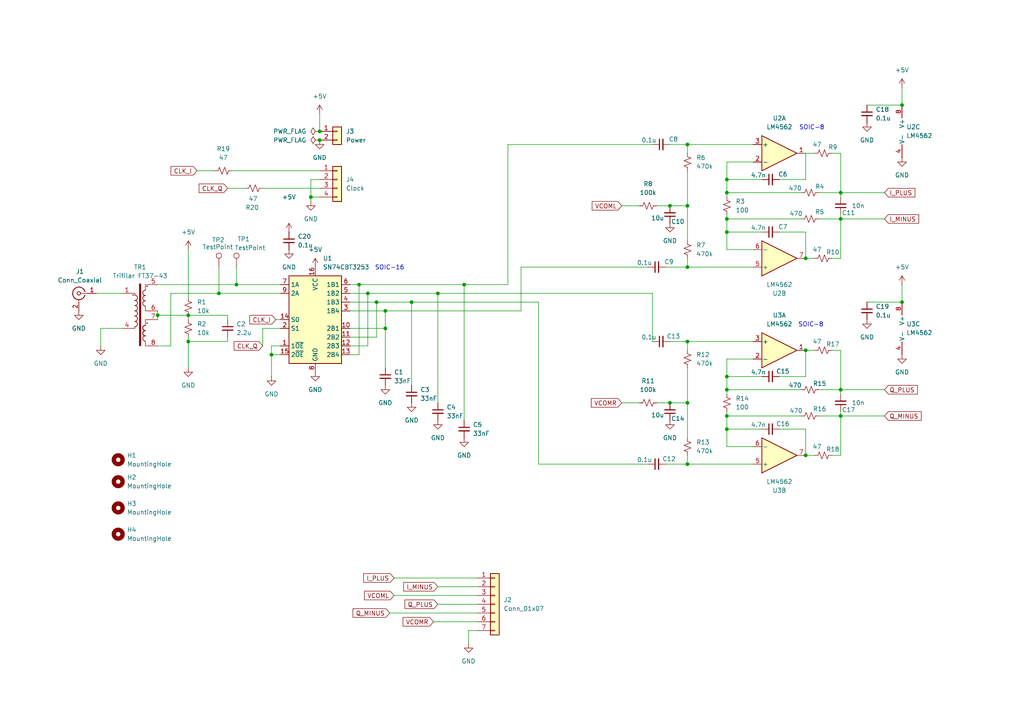
<source format=kicad_sch>
(kicad_sch (version 20231120) (generator "eeschema") (generator_version "8.0")
  (paper "A4")
  (lib_symbols
    (symbol "Amplifier_Operational:LM4562" (pin_names (offset 0.127))
      (property "Reference" "U" (at 0 5.08 0))
      (property "Value" "LM4562" (at 0 -5.08 0))
      (symbol "LM4562_1_1"
        (polyline (pts (xy -5.08 5.08) (xy 5.08 0) (xy -5.08 -5.08) (xy -5.08 5.08)) (stroke (width 0.254)) (fill (type background)))
        (pin output line (at 7.62 0 180) (length 2.54) (name "~") (number "1"))
        (pin input line (at -7.62 -2.54 0) (length 2.54) (name "-") (number "2"))
        (pin input line (at -7.62 2.54 0) (length 2.54) (name "+") (number "3"))
      )
      (symbol "LM4562_2_1"
        (polyline (pts (xy -5.08 5.08) (xy 5.08 0) (xy -5.08 -5.08) (xy -5.08 5.08)) (stroke (width 0.254)) (fill (type background)))
        (pin input line (at -7.62 2.54 0) (length 2.54) (name "+") (number "5"))
        (pin input line (at -7.62 -2.54 0) (length 2.54) (name "-") (number "6"))
        (pin output line (at 7.62 0 180) (length 2.54) (name "~") (number "7"))
      )
      (symbol "LM4562_3_1"
        (pin power_in line (at -2.54 -7.62 90) (length 3.81) (name "V-") (number "4"))
        (pin power_in line (at -2.54 7.62 270) (length 3.81) (name "V+") (number "8"))
      )
    )
    (symbol "Analog_Switch:SN74CBT3253"
      (property "Reference" "U" (at -7.62 13.97 0))
      (property "Value" "SN74CBT3253" (at -11.43 -13.97 0))
      (symbol "SN74CBT3253_0_1"
        (rectangle (start -7.62 12.7) (end 7.62 -12.7) (stroke (width 0.254)) (fill (type background)))
        (rectangle (start 7.62 -12.7) (end 7.62 -12.7))
      )
      (symbol "SN74CBT3253_1_1"
        (pin input line (at -10.16 -7.62 0) (length 2.54) (name "1~{OE}") (number "1"))
        (pin bidirectional line (at 10.16 -2.54 180) (length 2.54) (name "2B1") (number "10"))
        (pin bidirectional line (at 10.16 -5.08 180) (length 2.54) (name "2B2") (number "11"))
        (pin bidirectional line (at 10.16 -7.62 180) (length 2.54) (name "2B3") (number "12"))
        (pin bidirectional line (at 10.16 -10.16 180) (length 2.54) (name "2B4") (number "13"))
        (pin input line (at -10.16 0 0) (length 2.54) (name "S0") (number "14"))
        (pin input line (at -10.16 -10.16 0) (length 2.54) (name "2~{OE}") (number "15"))
        (pin power_in line (at 0 15.24 270) (length 2.54) (name "VCC") (number "16"))
        (pin input line (at -10.16 -2.54 0) (length 2.54) (name "S1") (number "2"))
        (pin bidirectional line (at 10.16 2.54 180) (length 2.54) (name "1B4") (number "3"))
        (pin bidirectional line (at 10.16 5.08 180) (length 2.54) (name "1B3") (number "4"))
        (pin bidirectional line (at 10.16 7.62 180) (length 2.54) (name "1B2") (number "5"))
        (pin bidirectional line (at 10.16 10.16 180) (length 2.54) (name "1B1") (number "6"))
        (pin bidirectional line (at -10.16 10.16 0) (length 2.54) (name "1A") (number "7"))
        (pin power_in line (at 0 -15.24 90) (length 2.54) (name "GND") (number "8"))
        (pin bidirectional line (at -10.16 7.62 0) (length 2.54) (name "2A") (number "9"))
      )
    )
    (symbol "Connector:Conn_Coaxial" (pin_names (offset 1.016) hide)
      (property "Reference" "J" (at 0.254 3.048 0))
      (property "Value" "Conn_Coaxial" (at 2.921 0 90))
      (symbol "Conn_Coaxial_0_1"
        (arc (start -1.778 -0.508) (mid 0.2311 -1.8066) (end 1.778 0) (stroke (width 0.254)))
        (polyline (pts (xy -2.54 0) (xy -0.508 0)))
        (polyline (pts (xy 0 -2.54) (xy 0 -1.778)))
        (circle (center 0 0) (radius 0.508) (stroke (width 0.2032)))
        (arc (start 1.778 0) (mid 0.2099 1.8101) (end -1.778 0.508) (stroke (width 0.254)))
      )
      (symbol "Conn_Coaxial_1_1"
        (pin passive line (at -5.08 0 0) (length 2.54) (name "In") (number "1"))
        (pin passive line (at 0 -5.08 90) (length 2.54) (name "Ext") (number "2"))
      )
    )
    (symbol "Connector:TestPoint" (pin_numbers hide) (pin_names (offset 0.762) hide)
      (property "Reference" "TP" (at 0 6.858 0))
      (property "Value" "TestPoint" (at 0 5.08 0))
      (symbol "TestPoint_0_1"
        (circle (center 0 3.302) (radius 0.762))
      )
      (symbol "TestPoint_1_1"
        (pin passive line (at 0 0 90) (length 2.54) (name "1") (number "1"))
      )
    )
    (symbol "Connector_Generic:Conn_01x02" (pin_names (offset 1.016) hide)
      (property "Reference" "J" (at 0 2.54 0))
      (property "Value" "Conn_01x02" (at 0 -5.08 0))
      (symbol "Conn_01x02_1_1"
        (rectangle (start -1.27 -2.413) (end 0 -2.667) (stroke (width 0.1524)))
        (rectangle (start -1.27 0.127) (end 0 -0.127) (stroke (width 0.1524)))
        (rectangle (start -1.27 1.27) (end 1.27 -3.81) (stroke (width 0.254)) (fill (type background)))
        (pin passive line (at -5.08 0 0) (length 3.81) (name "Pin_1") (number "1"))
        (pin passive line (at -5.08 -2.54 0) (length 3.81) (name "Pin_2") (number "2"))
      )
    )
    (symbol "Connector_Generic:Conn_01x04" (pin_names (offset 1.016) hide)
      (property "Reference" "J" (at 0 5.08 0))
      (property "Value" "Conn_01x04" (at 0 -7.62 0))
      (symbol "Conn_01x04_1_1"
        (rectangle (start -1.27 -4.953) (end 0 -5.207) (stroke (width 0.1524)))
        (rectangle (start -1.27 -2.413) (end 0 -2.667) (stroke (width 0.1524)))
        (rectangle (start -1.27 0.127) (end 0 -0.127) (stroke (width 0.1524)))
        (rectangle (start -1.27 2.667) (end 0 2.413) (stroke (width 0.1524)))
        (rectangle (start -1.27 3.81) (end 1.27 -6.35) (stroke (width 0.254)) (fill (type background)))
        (pin passive line (at -5.08 2.54 0) (length 3.81) (name "Pin_1") (number "1"))
        (pin passive line (at -5.08 0 0) (length 3.81) (name "Pin_2") (number "2"))
        (pin passive line (at -5.08 -2.54 0) (length 3.81) (name "Pin_3") (number "3"))
        (pin passive line (at -5.08 -5.08 0) (length 3.81) (name "Pin_4") (number "4"))
      )
    )
    (symbol "Connector_Generic:Conn_01x07" (pin_names (offset 1.016) hide)
      (property "Reference" "J" (at 0 10.16 0))
      (property "Value" "Conn_01x07" (at 0 -10.16 0))
      (symbol "Conn_01x07_1_1"
        (rectangle (start -1.27 -7.493) (end 0 -7.747) (stroke (width 0.1524)))
        (rectangle (start -1.27 -4.953) (end 0 -5.207) (stroke (width 0.1524)))
        (rectangle (start -1.27 -2.413) (end 0 -2.667) (stroke (width 0.1524)))
        (rectangle (start -1.27 0.127) (end 0 -0.127) (stroke (width 0.1524)))
        (rectangle (start -1.27 2.667) (end 0 2.413) (stroke (width 0.1524)))
        (rectangle (start -1.27 5.207) (end 0 4.953) (stroke (width 0.1524)))
        (rectangle (start -1.27 7.747) (end 0 7.493) (stroke (width 0.1524)))
        (rectangle (start -1.27 8.89) (end 1.27 -8.89) (stroke (width 0.254)) (fill (type background)))
        (pin passive line (at -5.08 7.62 0) (length 3.81) (name "Pin_1") (number "1"))
        (pin passive line (at -5.08 5.08 0) (length 3.81) (name "Pin_2") (number "2"))
        (pin passive line (at -5.08 2.54 0) (length 3.81) (name "Pin_3") (number "3"))
        (pin passive line (at -5.08 0 0) (length 3.81) (name "Pin_4") (number "4"))
        (pin passive line (at -5.08 -2.54 0) (length 3.81) (name "Pin_5") (number "5"))
        (pin passive line (at -5.08 -5.08 0) (length 3.81) (name "Pin_6") (number "6"))
        (pin passive line (at -5.08 -7.62 0) (length 3.81) (name "Pin_7") (number "7"))
      )
    )
    (symbol "Device:C_Small" (pin_numbers hide) (pin_names (offset 0.254) hide)
      (property "Reference" "C" (at 0.254 1.778 0))
      (property "Value" "C_Small" (at 0.254 -2.032 0))
      (symbol "C_Small_0_1"
        (polyline (pts (xy -1.524 -0.508) (xy 1.524 -0.508)) (stroke (width 0.3302)))
        (polyline (pts (xy -1.524 0.508) (xy 1.524 0.508)) (stroke (width 0.3048)))
      )
      (symbol "C_Small_1_1"
        (pin passive line (at 0 2.54 270) (length 2.032) (name "~") (number "1"))
        (pin passive line (at 0 -2.54 90) (length 2.032) (name "~") (number "2"))
      )
    )
    (symbol "Device:R_Small_US" (pin_numbers hide) (pin_names (offset 0.254) hide)
      (property "Reference" "R" (at 0.762 0.508 0))
      (property "Value" "R_Small_US" (at 0.762 -1.016 0))
      (symbol "R_Small_US_1_1"
        (polyline (pts (xy 0 0) (xy 1.016 -0.381) (xy 0 -0.762) (xy -1.016 -1.143) (xy 0 -1.524)))
        (polyline (pts (xy 0 1.524) (xy 1.016 1.143) (xy 0 0.762) (xy -1.016 0.381) (xy 0 0)))
        (pin passive line (at 0 2.54 270) (length 1.016) (name "~") (number "1"))
        (pin passive line (at 0 -2.54 90) (length 1.016) (name "~") (number "2"))
      )
    )
    (symbol "Mechanical:MountingHole" (pin_names (offset 1.016)) (exclude_from_sim yes) (in_bom no)
      (property "Reference" "H" (at 0 5.08 0))
      (property "Value" "MountingHole" (at 0 3.175 0))
      (symbol "MountingHole_0_1"
        (circle (center 0 0) (radius 1.27) (stroke (width 1.27)))
      )
    )
    (symbol "Transformer:TEZ0.5-D-2" (pin_names (offset 0.0254))
      (property "Reference" "TR" (at 0 8.89 0))
      (property "Value" "TEZ0.5-D-2" (at 0 -11.43 0))
      (symbol "TEZ0.5-D-2_0_1"
        (circle (center -2.032 4.572) (radius 0.127))
        (arc (start -1.524 -4.572) (mid -0.7653 -3.81) (end -1.524 -3.048) (stroke (width 0.2032)))
        (arc (start -1.524 -3.048) (mid -0.7653 -2.286) (end -1.524 -1.524) (stroke (width 0.2032)))
        (arc (start -1.524 -1.524) (mid -0.7653 -0.762) (end -1.524 0) (stroke (width 0.2032)))
        (arc (start -1.524 0) (mid -0.7653 0.762) (end -1.524 1.524) (stroke (width 0.2032)))
        (arc (start -1.524 1.524) (mid -0.7653 2.286) (end -1.524 3.048) (stroke (width 0.2032)))
        (arc (start -1.524 3.048) (mid -0.7653 3.81) (end -1.524 4.572) (stroke (width 0.2032)))
        (rectangle (start -0.254 7.874) (end 0.254 -10.16) (stroke (width 0.0254)) (fill (type outline)))
        (polyline (pts (xy -1.524 -4.572) (xy -1.524 -5.08) (xy -2.54 -5.08)))
        (polyline (pts (xy -1.524 4.572) (xy -1.524 5.08) (xy -2.54 5.08)))
        (polyline (pts (xy 1.524 -8.89) (xy 1.524 -10.16) (xy 2.54 -10.16)))
        (polyline (pts (xy 2.54 -2.54) (xy 1.524 -2.54) (xy 1.524 -4.064)))
        (polyline (pts (xy 2.54 0) (xy 1.524 0) (xy 1.524 1.27)))
        (polyline (pts (xy 2.54 7.62) (xy 1.524 7.62) (xy 1.524 6.096)))
        (arc (start 1.524 -7.239) (mid 0.7653 -8.001) (end 1.524 -8.763) (stroke (width 0.2032)))
        (arc (start 1.524 -5.715) (mid 0.7653 -6.477) (end 1.524 -7.239) (stroke (width 0.2032)))
        (arc (start 1.524 -5.715) (mid 0.7653 -6.477) (end 1.524 -7.239) (stroke (width 0.2032)))
        (arc (start 1.524 -4.191) (mid 0.7653 -4.953) (end 1.524 -5.715) (stroke (width 0.2032)))
        (arc (start 1.524 -4.191) (mid 0.7653 -4.953) (end 1.524 -5.715) (stroke (width 0.2032)))
        (arc (start 1.524 2.921) (mid 0.7653 2.159) (end 1.524 1.397) (stroke (width 0.2032)))
        (arc (start 1.524 4.445) (mid 0.7653 3.683) (end 1.524 2.921) (stroke (width 0.2032)))
        (arc (start 1.524 5.969) (mid 0.7653 5.207) (end 1.524 4.445) (stroke (width 0.2032)))
        (circle (center 2.032 -3.556) (radius 0.127))
        (circle (center 2.032 7.112) (radius 0.127))
      )
      (symbol "TEZ0.5-D-2_1_1"
        (pin passive line (at -5.08 5.08 0) (length 2.54) (name "~") (number "1"))
        (pin passive line (at -5.08 -5.08 0) (length 2.54) (name "~") (number "4"))
        (pin passive line (at 5.08 7.62 180) (length 2.54) (name "~") (number "5"))
        (pin passive line (at 5.08 0 180) (length 2.54) (name "~") (number "6"))
        (pin passive line (at 5.08 -2.54 180) (length 2.54) (name "~") (number "7"))
        (pin passive line (at 5.08 -10.16 180) (length 2.54) (name "~") (number "8"))
      )
    )
    (symbol "power:+5V" (power) (pin_numbers hide) (pin_names (offset 0) hide)
      (property "Value" "+5V" (at 0 3.556 0))
      (symbol "+5V_0_1"
        (polyline (pts (xy -0.762 1.27) (xy 0 2.54)))
        (polyline (pts (xy 0 0) (xy 0 2.54)))
        (polyline (pts (xy 0 2.54) (xy 0.762 1.27)))
      )
      (symbol "+5V_1_1"
        (pin power_in line (at 0 0 90) (length 0) (name "~") (number "1"))
      )
    )
    (symbol "power:GND" (power) (pin_numbers hide) (pin_names (offset 0) hide)
      (property "Value" "GND" (at 0 -3.81 0))
      (symbol "GND_0_1"
        (polyline (pts (xy 0 0) (xy 0 -1.27) (xy 1.27 -1.27) (xy 0 -2.54) (xy -1.27 -1.27) (xy 0 -1.27)))
      )
      (symbol "GND_1_1"
        (pin power_in line (at 0 0 270) (length 0) (name "~") (number "1"))
      )
    )
    (symbol "power:PWR_FLAG" (power) (pin_numbers hide) (pin_names (offset 0) hide)
      (property "Value" "PWR_FLAG" (at 0 3.81 0))
      (symbol "PWR_FLAG_0_0"
        (pin power_out line (at 0 0 90) (length 0) (name "~") (number "1"))
      )
      (symbol "PWR_FLAG_0_1"
        (polyline (pts (xy 0 0) (xy 0 1.27) (xy -1.016 1.905) (xy 0 2.54) (xy 1.016 1.905) (xy 0 1.27)))
      )
    )
  )
  (junction (at 199.39 99.06))
  (junction (at 45.72 91.44))
  (junction (at 63.5 85.09))
  (junction (at 210.82 120.65))
  (junction (at 210.82 63.5))
  (junction (at 210.82 52.07))
  (junction (at 68.58 82.55))
  (junction (at 54.61 91.44))
  (junction (at 243.84 113.03))
  (junction (at 194.31 116.84))
  (junction (at 194.31 59.69))
  (junction (at 134.62 82.55))
  (junction (at 243.84 55.88))
  (junction (at 210.82 124.46))
  (junction (at 233.68 74.93))
  (junction (at 92.71 40.64))
  (junction (at 233.68 132.08))
  (junction (at 199.39 41.91))
  (junction (at 111.76 90.17))
  (junction (at 92.71 38.1))
  (junction (at 243.84 120.65))
  (junction (at 210.82 67.31))
  (junction (at 233.68 101.6))
  (junction (at 90.17 57.15))
  (junction (at 78.74 102.87))
  (junction (at 111.76 95.25))
  (junction (at 199.39 77.47))
  (junction (at 119.38 87.63))
  (junction (at 54.61 99.06))
  (junction (at 261.62 87.63))
  (junction (at 210.82 109.22))
  (junction (at 243.84 63.5))
  (junction (at 199.39 59.69))
  (junction (at 104.14 82.55))
  (junction (at 261.62 30.48))
  (junction (at 210.82 113.03))
  (junction (at 210.82 55.88))
  (junction (at 199.39 134.62))
  (junction (at 109.22 87.63))
  (junction (at 106.68 85.09))
  (junction (at 127 85.09))
  (junction (at 199.39 116.84))
  (wire (pts (xy 54.61 99.06) (xy 54.61 106.68)))
  (wire (pts (xy 180.34 116.84) (xy 185.42 116.84)))
  (wire (pts (xy 68.58 77.47) (xy 68.58 82.55)))
  (wire (pts (xy 210.82 124.46) (xy 210.82 129.54)))
  (wire (pts (xy 194.31 41.91) (xy 199.39 41.91)))
  (wire (pts (xy 233.68 67.31) (xy 233.68 74.93)))
  (wire (pts (xy 261.62 25.4) (xy 261.62 30.48)))
  (wire (pts (xy 54.61 99.06) (xy 66.04 99.06)))
  (wire (pts (xy 210.82 57.15) (xy 210.82 55.88)))
  (wire (pts (xy 29.21 95.25) (xy 35.56 95.25)))
  (wire (pts (xy 187.96 77.47) (xy 151.13 77.47)))
  (wire (pts (xy 45.72 91.44) (xy 54.61 91.44)))
  (wire (pts (xy 210.82 62.23) (xy 210.82 63.5)))
  (wire (pts (xy 111.76 95.25) (xy 111.76 90.17)))
  (wire (pts (xy 45.72 90.17) (xy 45.72 91.44)))
  (wire (pts (xy 63.5 85.09) (xy 81.28 85.09)))
  (wire (pts (xy 111.76 90.17) (xy 151.13 90.17)))
  (wire (pts (xy 251.46 30.48) (xy 261.62 30.48)))
  (wire (pts (xy 101.6 100.33) (xy 106.68 100.33)))
  (wire (pts (xy 49.53 85.09) (xy 49.53 100.33)))
  (wire (pts (xy 199.39 77.47) (xy 218.44 77.47)))
  (wire (pts (xy 101.6 85.09) (xy 106.68 85.09)))
  (wire (pts (xy 210.82 55.88) (xy 232.41 55.88)))
  (wire (pts (xy 27.94 85.09) (xy 35.56 85.09)))
  (wire (pts (xy 119.38 87.63) (xy 119.38 111.76)))
  (wire (pts (xy 127 85.09) (xy 127 116.84)))
  (wire (pts (xy 45.72 82.55) (xy 68.58 82.55)))
  (wire (pts (xy 261.62 82.55) (xy 261.62 87.63)))
  (wire (pts (xy 226.06 67.31) (xy 233.68 67.31)))
  (wire (pts (xy 233.68 101.6) (xy 233.68 109.22)))
  (wire (pts (xy 127 85.09) (xy 189.23 85.09)))
  (wire (pts (xy 76.2 95.25) (xy 81.28 95.25)))
  (wire (pts (xy 210.82 120.65) (xy 210.82 124.46)))
  (wire (pts (xy 210.82 109.22) (xy 220.98 109.22)))
  (wire (pts (xy 210.82 119.38) (xy 210.82 120.65)))
  (wire (pts (xy 210.82 63.5) (xy 232.41 63.5)))
  (wire (pts (xy 243.84 120.65) (xy 243.84 119.38)))
  (wire (pts (xy 194.31 99.06) (xy 199.39 99.06)))
  (wire (pts (xy 180.34 59.69) (xy 185.42 59.69)))
  (wire (pts (xy 90.17 52.07) (xy 90.17 57.15)))
  (wire (pts (xy 101.6 102.87) (xy 104.14 102.87)))
  (wire (pts (xy 243.84 63.5) (xy 256.54 63.5)))
  (wire (pts (xy 210.82 46.99) (xy 210.82 52.07)))
  (wire (pts (xy 210.82 114.3) (xy 210.82 113.03)))
  (wire (pts (xy 78.74 102.87) (xy 81.28 102.87)))
  (wire (pts (xy 76.2 54.61) (xy 92.71 54.61)))
  (wire (pts (xy 199.39 41.91) (xy 218.44 41.91)))
  (wire (pts (xy 193.04 77.47) (xy 199.39 77.47)))
  (wire (pts (xy 243.84 44.45) (xy 243.84 55.88)))
  (wire (pts (xy 101.6 95.25) (xy 111.76 95.25)))
  (wire (pts (xy 233.68 44.45) (xy 233.68 52.07)))
  (wire (pts (xy 199.39 59.69) (xy 199.39 69.85)))
  (wire (pts (xy 233.68 44.45) (xy 236.22 44.45)))
  (wire (pts (xy 226.06 124.46) (xy 233.68 124.46)))
  (wire (pts (xy 251.46 87.63) (xy 261.62 87.63)))
  (wire (pts (xy 210.82 63.5) (xy 210.82 67.31)))
  (wire (pts (xy 90.17 57.15) (xy 90.17 58.42)))
  (wire (pts (xy 138.43 182.88) (xy 135.89 182.88)))
  (wire (pts (xy 78.74 102.87) (xy 78.74 109.22)))
  (wire (pts (xy 147.32 41.91) (xy 189.23 41.91)))
  (wire (pts (xy 190.5 59.69) (xy 194.31 59.69)))
  (wire (pts (xy 210.82 67.31) (xy 220.98 67.31)))
  (wire (pts (xy 237.49 113.03) (xy 243.84 113.03)))
  (wire (pts (xy 135.89 182.88) (xy 135.89 186.69)))
  (wire (pts (xy 210.82 109.22) (xy 210.82 113.03)))
  (wire (pts (xy 243.84 113.03) (xy 256.54 113.03)))
  (wire (pts (xy 80.01 92.71) (xy 81.28 92.71)))
  (wire (pts (xy 237.49 63.5) (xy 243.84 63.5)))
  (wire (pts (xy 66.04 54.61) (xy 71.12 54.61)))
  (wire (pts (xy 109.22 87.63) (xy 119.38 87.63)))
  (wire (pts (xy 233.68 132.08) (xy 236.22 132.08)))
  (wire (pts (xy 67.31 49.53) (xy 92.71 49.53)))
  (wire (pts (xy 49.53 100.33) (xy 45.72 100.33)))
  (wire (pts (xy 243.84 113.03) (xy 243.84 114.3)))
  (wire (pts (xy 233.68 124.46) (xy 233.68 132.08)))
  (wire (pts (xy 90.17 57.15) (xy 92.71 57.15)))
  (wire (pts (xy 45.72 91.44) (xy 45.72 92.71)))
  (wire (pts (xy 210.82 104.14) (xy 210.82 109.22)))
  (wire (pts (xy 78.74 100.33) (xy 78.74 102.87)))
  (wire (pts (xy 190.5 116.84) (xy 194.31 116.84)))
  (wire (pts (xy 151.13 77.47) (xy 151.13 90.17)))
  (wire (pts (xy 63.5 77.47) (xy 63.5 85.09)))
  (wire (pts (xy 76.2 100.33) (xy 76.2 95.25)))
  (wire (pts (xy 210.82 52.07) (xy 220.98 52.07)))
  (wire (pts (xy 199.39 99.06) (xy 199.39 101.6)))
  (wire (pts (xy 194.31 59.69) (xy 199.39 59.69)))
  (wire (pts (xy 210.82 120.65) (xy 232.41 120.65)))
  (wire (pts (xy 127 170.18) (xy 138.43 170.18)))
  (wire (pts (xy 134.62 82.55) (xy 147.32 82.55)))
  (wire (pts (xy 233.68 74.93) (xy 236.22 74.93)))
  (wire (pts (xy 66.04 97.79) (xy 66.04 99.06)))
  (wire (pts (xy 119.38 87.63) (xy 156.21 87.63)))
  (wire (pts (xy 101.6 82.55) (xy 104.14 82.55)))
  (wire (pts (xy 66.04 92.71) (xy 66.04 91.44)))
  (wire (pts (xy 111.76 95.25) (xy 111.76 106.68)))
  (wire (pts (xy 210.82 129.54) (xy 218.44 129.54)))
  (wire (pts (xy 193.04 134.62) (xy 199.39 134.62)))
  (wire (pts (xy 199.39 49.53) (xy 199.39 59.69)))
  (wire (pts (xy 113.03 177.8) (xy 138.43 177.8)))
  (wire (pts (xy 241.3 44.45) (xy 243.84 44.45)))
  (wire (pts (xy 81.28 100.33) (xy 78.74 100.33)))
  (wire (pts (xy 199.39 116.84) (xy 199.39 127)))
  (wire (pts (xy 54.61 91.44) (xy 54.61 92.71)))
  (wire (pts (xy 241.3 101.6) (xy 243.84 101.6)))
  (wire (pts (xy 210.82 46.99) (xy 218.44 46.99)))
  (wire (pts (xy 187.96 134.62) (xy 156.21 134.62)))
  (wire (pts (xy 199.39 106.68) (xy 199.39 116.84)))
  (wire (pts (xy 114.3 172.72) (xy 138.43 172.72)))
  (wire (pts (xy 66.04 91.44) (xy 54.61 91.44)))
  (wire (pts (xy 54.61 72.39) (xy 54.61 86.36)))
  (wire (pts (xy 199.39 41.91) (xy 199.39 44.45)))
  (wire (pts (xy 210.82 104.14) (xy 218.44 104.14)))
  (wire (pts (xy 241.3 132.08) (xy 243.84 132.08)))
  (wire (pts (xy 243.84 120.65) (xy 256.54 120.65)))
  (wire (pts (xy 92.71 33.02) (xy 92.71 38.1)))
  (wire (pts (xy 147.32 82.55) (xy 147.32 41.91)))
  (wire (pts (xy 106.68 100.33) (xy 106.68 85.09)))
  (wire (pts (xy 237.49 120.65) (xy 243.84 120.65)))
  (wire (pts (xy 125.73 180.34) (xy 138.43 180.34)))
  (wire (pts (xy 210.82 52.07) (xy 210.82 55.88)))
  (wire (pts (xy 127 175.26) (xy 138.43 175.26)))
  (wire (pts (xy 199.39 99.06) (xy 218.44 99.06)))
  (wire (pts (xy 29.21 100.33) (xy 29.21 95.25)))
  (wire (pts (xy 49.53 85.09) (xy 63.5 85.09)))
  (wire (pts (xy 106.68 85.09) (xy 127 85.09)))
  (wire (pts (xy 54.61 97.79) (xy 54.61 99.06)))
  (wire (pts (xy 57.15 49.53) (xy 62.23 49.53)))
  (wire (pts (xy 210.82 124.46) (xy 220.98 124.46)))
  (wire (pts (xy 109.22 97.79) (xy 109.22 87.63)))
  (wire (pts (xy 243.84 63.5) (xy 243.84 62.23)))
  (wire (pts (xy 237.49 55.88) (xy 243.84 55.88)))
  (wire (pts (xy 241.3 74.93) (xy 243.84 74.93)))
  (wire (pts (xy 243.84 55.88) (xy 243.84 57.15)))
  (wire (pts (xy 101.6 87.63) (xy 109.22 87.63)))
  (wire (pts (xy 243.84 74.93) (xy 243.84 63.5)))
  (wire (pts (xy 156.21 134.62) (xy 156.21 87.63)))
  (wire (pts (xy 92.71 52.07) (xy 90.17 52.07)))
  (wire (pts (xy 243.84 101.6) (xy 243.84 113.03)))
  (wire (pts (xy 226.06 52.07) (xy 233.68 52.07)))
  (wire (pts (xy 68.58 82.55) (xy 81.28 82.55)))
  (wire (pts (xy 243.84 55.88) (xy 256.54 55.88)))
  (wire (pts (xy 243.84 132.08) (xy 243.84 120.65)))
  (wire (pts (xy 199.39 74.93) (xy 199.39 77.47)))
  (wire (pts (xy 226.06 109.22) (xy 233.68 109.22)))
  (wire (pts (xy 134.62 82.55) (xy 134.62 121.92)))
  (wire (pts (xy 210.82 113.03) (xy 232.41 113.03)))
  (wire (pts (xy 101.6 90.17) (xy 111.76 90.17)))
  (wire (pts (xy 104.14 82.55) (xy 134.62 82.55)))
  (wire (pts (xy 114.3 167.64) (xy 138.43 167.64)))
  (wire (pts (xy 199.39 132.08) (xy 199.39 134.62)))
  (wire (pts (xy 101.6 97.79) (xy 109.22 97.79)))
  (wire (pts (xy 104.14 102.87) (xy 104.14 82.55)))
  (wire (pts (xy 189.23 99.06) (xy 189.23 85.09)))
  (wire (pts (xy 210.82 67.31) (xy 210.82 72.39)))
  (wire (pts (xy 233.68 101.6) (xy 236.22 101.6)))
  (wire (pts (xy 199.39 134.62) (xy 218.44 134.62)))
  (wire (pts (xy 210.82 72.39) (xy 218.44 72.39)))
  (wire (pts (xy 194.31 116.84) (xy 199.39 116.84)))
  (text "SOIC-8" (at 235.458 37.084 0) (effects (font (size 1.27 1.27))))
  (text "SOIC-16" (at 113.03 77.724 0) (effects (font (size 1.27 1.27))))
  (text "SOIC-8" (at 235.204 94.234 0) (effects (font (size 1.27 1.27))))
  (global_label "CLK_I" (shape input) (at 57.15 49.53 180) (property "Intersheetrefs" "${INTERSHEET_REFS}" (effects (hide yes))))
  (global_label "CLK_Q" (shape input) (at 76.2 100.33 180) (property "Intersheetrefs" "${INTERSHEET_REFS}" (effects (hide yes))))
  (global_label "Q_PLUS" (shape input) (at 256.54 113.03 0) (property "Intersheetrefs" "${INTERSHEET_REFS}" (effects (hide yes))))
  (global_label "I_PLUS" (shape input) (at 114.3 167.64 180) (property "Intersheetrefs" "${INTERSHEET_REFS}" (effects (hide yes))))
  (global_label "I_PLUS" (shape input) (at 256.54 55.88 0) (property "Intersheetrefs" "${INTERSHEET_REFS}" (effects (hide yes))))
  (global_label "Q_MINUS" (shape input) (at 256.54 120.65 0) (property "Intersheetrefs" "${INTERSHEET_REFS}" (effects (hide yes))))
  (global_label "VCOMR" (shape input) (at 180.34 116.84 180) (property "Intersheetrefs" "${INTERSHEET_REFS}" (effects (hide yes))))
  (global_label "I_MINUS" (shape input) (at 256.54 63.5 0) (property "Intersheetrefs" "${INTERSHEET_REFS}" (effects (hide yes))))
  (global_label "CLK_Q" (shape input) (at 66.04 54.61 180) (property "Intersheetrefs" "${INTERSHEET_REFS}" (effects (hide yes))))
  (global_label "VCOML" (shape input) (at 180.34 59.69 180) (property "Intersheetrefs" "${INTERSHEET_REFS}" (effects (hide yes))))
  (global_label "Q_PLUS" (shape input) (at 127 175.26 180) (property "Intersheetrefs" "${INTERSHEET_REFS}" (effects (hide yes))))
  (global_label "I_MINUS" (shape input) (at 127 170.18 180) (property "Intersheetrefs" "${INTERSHEET_REFS}" (effects (hide yes))))
  (global_label "VCOML" (shape input) (at 114.3 172.72 180) (property "Intersheetrefs" "${INTERSHEET_REFS}" (effects (hide yes))))
  (global_label "Q_MINUS" (shape input) (at 113.03 177.8 180) (property "Intersheetrefs" "${INTERSHEET_REFS}" (effects (hide yes))))
  (global_label "VCOMR" (shape input) (at 125.73 180.34 180) (property "Intersheetrefs" "${INTERSHEET_REFS}" (effects (hide yes))))
  (global_label "CLK_I" (shape input) (at 80.01 92.71 180) (property "Intersheetrefs" "${INTERSHEET_REFS}" (effects (hide yes))))
  (symbol (lib_id "Device:C_Small") (at 223.52 109.22 90) (unit 1)
    (property "Reference" "C15" (at 227.076 107.696 90))
    (property "Value" "4.7n" (at 219.964 107.95 90))
    (property "Footprint" "Capacitor_SMD:C_0805_2012Metric_Pad1.18x1.45mm_HandSolder" (effects (hide yes)))
    (property "Description" "Unpolarized capacitor, small symbol" (effects (hide yes)))
  )
  (symbol (lib_id "Connector:Conn_Coaxial") (at 22.86 85.09 0) (mirror y) (unit 1)
    (property "Reference" "J1" (at 23.1774 78.74 0))
    (property "Value" "Conn_Coaxial" (at 23.1774 81.28 0))
    (property "Footprint" "Connector_Coaxial:SMA_Amphenol_901-144_Vertical" (effects (hide yes)))
    (property "Description" "coaxial connector (BNC, SMA, SMB, SMC, Cinch/RCA, LEMO, ...)" (effects (hide yes)))
  )
  (symbol (lib_id "power:+5V") (at 261.62 82.55 0) (unit 1)
    (property "Reference" "#PWR016" (effects (hide yes)))
    (property "Value" "+5V" (at 261.62 77.47 0))
    (property "Description" "Power symbol creates a global label with name \"+5V\"" (effects (hide yes)))
  )
  (symbol (lib_id "Device:R_Small_US") (at 187.96 116.84 90) (unit 1)
    (property "Reference" "R11" (at 187.96 110.49 90))
    (property "Value" "100k" (at 187.96 113.03 90))
    (property "Footprint" "Resistor_SMD:R_0805_2012Metric_Pad1.20x1.40mm_HandSolder" (effects (hide yes)))
    (property "Description" "Resistor, small US symbol" (effects (hide yes)))
  )
  (symbol (lib_id "Device:C_Small") (at 134.62 124.46 0) (unit 1)
    (property "Reference" "C5" (at 137.16 123.1962 0) (effects (justify left)))
    (property "Value" "33nF" (at 137.16 125.7362 0) (effects (justify left)))
    (property "Footprint" "Capacitor_SMD:C_0805_2012Metric_Pad1.18x1.45mm_HandSolder" (effects (hide yes)))
    (property "Description" "Unpolarized capacitor, small symbol" (effects (hide yes)))
  )
  (symbol (lib_id "Amplifier_Operational:LM4562") (at 226.06 44.45 0) (unit 1)
    (property "Reference" "U2" (at 226.06 34.29 0))
    (property "Value" "LM4562" (at 226.06 36.83 0))
    (property "Footprint" "Package_SO:SOIC-8_3.9x4.9mm_P1.27mm" (effects (hide yes)))
    (property "Datasheet" "http://www.ti.com/lit/ds/symlink/lm4562.pdf" (effects (hide yes)))
    (property "Description" "Dual High-Performance, High-Fidelity Audio Operational Amplifier, DIP-8/SOIC-8/TO-99-8" (effects (hide yes)))
  )
  (symbol (lib_id "Device:C_Small") (at 190.5 134.62 90) (unit 1)
    (property "Reference" "C12" (at 194.056 133.096 90))
    (property "Value" "0.1u" (at 186.944 133.35 90))
    (property "Footprint" "Capacitor_SMD:C_0805_2012Metric_Pad1.18x1.45mm_HandSolder" (effects (hide yes)))
    (property "Description" "Unpolarized capacitor, small symbol" (effects (hide yes)))
  )
  (symbol (lib_id "Device:C_Small") (at 66.04 95.25 0) (unit 1)
    (property "Reference" "C2" (at 68.58 93.9862 0) (effects (justify left)))
    (property "Value" "2.2u" (at 68.58 96.5262 0) (effects (justify left)))
    (property "Footprint" "Capacitor_SMD:C_0805_2012Metric_Pad1.18x1.45mm_HandSolder" (effects (hide yes)))
    (property "Description" "Unpolarized capacitor, small symbol" (effects (hide yes)))
  )
  (symbol (lib_id "Device:C_Small") (at 190.5 77.47 90) (unit 1)
    (property "Reference" "C9" (at 194.056 75.946 90))
    (property "Value" "0.1u" (at 186.944 76.2 90))
    (property "Footprint" "Capacitor_SMD:C_0805_2012Metric_Pad1.18x1.45mm_HandSolder" (effects (hide yes)))
    (property "Description" "Unpolarized capacitor, small symbol" (effects (hide yes)))
  )
  (symbol (lib_id "Device:C_Small") (at 127 119.38 0) (unit 1)
    (property "Reference" "C4" (at 129.54 118.1162 0) (effects (justify left)))
    (property "Value" "33nF" (at 129.54 120.6562 0) (effects (justify left)))
    (property "Footprint" "Capacitor_SMD:C_0805_2012Metric_Pad1.18x1.45mm_HandSolder" (effects (hide yes)))
    (property "Description" "Unpolarized capacitor, small symbol" (effects (hide yes)))
  )
  (symbol (lib_id "Device:C_Small") (at 111.76 109.22 0) (unit 1)
    (property "Reference" "C1" (at 114.3 107.9562 0) (effects (justify left)))
    (property "Value" "33nF" (at 114.3 110.4962 0) (effects (justify left)))
    (property "Footprint" "Capacitor_SMD:C_0805_2012Metric_Pad1.18x1.45mm_HandSolder" (effects (hide yes)))
    (property "Description" "Unpolarized capacitor, small symbol" (effects (hide yes)))
  )
  (symbol (lib_id "Device:C_Small") (at 119.38 114.3 0) (unit 1)
    (property "Reference" "C3" (at 121.92 113.0362 0) (effects (justify left)))
    (property "Value" "33nF" (at 121.92 115.5762 0) (effects (justify left)))
    (property "Footprint" "Capacitor_SMD:C_0805_2012Metric_Pad1.18x1.45mm_HandSolder" (effects (hide yes)))
    (property "Description" "Unpolarized capacitor, small symbol" (effects (hide yes)))
  )
  (symbol (lib_id "Connector_Generic:Conn_01x04") (at 97.79 52.07 0) (unit 1)
    (property "Reference" "J4" (at 100.33 52.0699 0) (effects (justify left)))
    (property "Value" "Clock" (at 100.33 54.6099 0) (effects (justify left)))
    (property "Footprint" "Connector_PinHeader_2.54mm:PinHeader_1x04_P2.54mm_Vertical" (effects (hide yes)))
    (property "Description" "Generic connector, single row, 01x04, script generated (kicad-library-utils/schlib/autogen/connector/)" (effects (hide yes)))
  )
  (symbol (lib_id "Device:C_Small") (at 223.52 67.31 90) (unit 1)
    (property "Reference" "C7" (at 227.076 65.786 90))
    (property "Value" "4.7n" (at 219.964 66.04 90))
    (property "Footprint" "Capacitor_SMD:C_0805_2012Metric_Pad1.18x1.45mm_HandSolder" (effects (hide yes)))
    (property "Description" "Unpolarized capacitor, small symbol" (effects (hide yes)))
  )
  (symbol (lib_id "Device:C_Small") (at 223.52 52.07 90) (unit 1)
    (property "Reference" "C6" (at 227.076 50.546 90))
    (property "Value" "4.7n" (at 219.964 50.8 90))
    (property "Footprint" "Capacitor_SMD:C_0805_2012Metric_Pad1.18x1.45mm_HandSolder" (effects (hide yes)))
    (property "Description" "Unpolarized capacitor, small symbol" (effects (hide yes)))
  )
  (symbol (lib_id "power:GND") (at 261.62 102.87 0) (unit 1)
    (property "Reference" "#PWR017" (effects (hide yes)))
    (property "Value" "GND" (at 261.62 107.95 0))
    (property "Description" "Power symbol creates a global label with name \"GND\" , ground" (effects (hide yes)))
  )
  (symbol (lib_id "Connector:TestPoint") (at 63.5 77.47 0) (unit 1)
    (property "Reference" "TP2" (at 61.468 69.596 0) (effects (justify left)))
    (property "Value" "TestPoint" (at 58.674 71.628 0) (effects (justify left)))
    (property "Footprint" "TestPoint:TestPoint_Pad_1.5x1.5mm" (effects (hide yes)))
    (property "Description" "test point" (effects (hide yes)))
  )
  (symbol (lib_id "Device:C_Small") (at 223.52 124.46 90) (unit 1)
    (property "Reference" "C16" (at 227.076 122.936 90))
    (property "Value" "4.7n" (at 219.964 123.19 90))
    (property "Footprint" "Capacitor_SMD:C_0805_2012Metric_Pad1.18x1.45mm_HandSolder" (effects (hide yes)))
    (property "Description" "Unpolarized capacitor, small symbol" (effects (hide yes)))
  )
  (symbol (lib_id "Amplifier_Operational:LM4562") (at 226.06 101.6 0) (unit 1)
    (property "Reference" "U3" (at 226.06 91.44 0))
    (property "Value" "LM4562" (at 226.06 93.98 0))
    (property "Footprint" "Package_SO:SOIC-8_3.9x4.9mm_P1.27mm" (effects (hide yes)))
    (property "Datasheet" "http://www.ti.com/lit/ds/symlink/lm4562.pdf" (effects (hide yes)))
    (property "Description" "Dual High-Performance, High-Fidelity Audio Operational Amplifier, DIP-8/SOIC-8/TO-99-8" (effects (hide yes)))
  )
  (symbol (lib_id "Analog_Switch:SN74CBT3253") (at 91.44 92.71 0) (unit 1)
    (property "Reference" "U1" (at 93.6341 74.93 0) (effects (justify left)))
    (property "Value" "SN74CBT3253" (at 93.6341 77.47 0) (effects (justify left)))
    (property "Footprint" "Package_SO:SOIC-16_3.9x9.9mm_P1.27mm" (effects (hide yes)))
    (property "Datasheet" "http://www.ti.com/lit/gpn/sn74cbt3253" (effects (hide yes)))
    (property "Description" "Dual 1 to 4 Analog Multiplexer" (effects (hide yes)))
  )
  (symbol (lib_id "Device:R_Small_US") (at 234.95 63.5 90) (unit 1)
    (property "Reference" "R5" (at 237.744 61.468 90))
    (property "Value" "470" (at 230.886 61.976 90))
    (property "Footprint" "Resistor_SMD:R_0805_2012Metric_Pad1.20x1.40mm_HandSolder" (effects (hide yes)))
    (property "Description" "Resistor, small US symbol" (effects (hide yes)))
  )
  (symbol (lib_id "Device:R_Small_US") (at 210.82 116.84 0) (unit 1)
    (property "Reference" "R14" (at 213.36 115.5699 0) (effects (justify left)))
    (property "Value" "100" (at 213.36 118.1099 0) (effects (justify left)))
    (property "Footprint" "Resistor_SMD:R_0805_2012Metric_Pad1.20x1.40mm_HandSolder" (effects (hide yes)))
    (property "Description" "Resistor, small US symbol" (effects (hide yes)))
  )
  (symbol (lib_id "Connector_Generic:Conn_01x07") (at 143.51 175.26 0) (unit 1)
    (property "Reference" "J2" (at 146.05 173.9899 0) (effects (justify left)))
    (property "Value" "Conn_01x07" (at 146.05 176.5299 0) (effects (justify left)))
    (property "Footprint" "Connector_PinHeader_2.54mm:PinHeader_1x07_P2.54mm_Vertical" (effects (hide yes)))
    (property "Description" "Generic connector, single row, 01x07, script generated (kicad-library-utils/schlib/autogen/connector/)" (effects (hide yes)))
  )
  (symbol (lib_id "power:+5V") (at 91.44 77.47 0) (unit 1)
    (property "Reference" "#PWR019" (effects (hide yes)))
    (property "Value" "+5V" (at 91.44 72.39 0))
    (property "Description" "Power symbol creates a global label with name \"+5V\"" (effects (hide yes)))
  )
  (symbol (lib_id "power:GND") (at 135.89 186.69 0) (unit 1)
    (property "Reference" "#PWR020" (effects (hide yes)))
    (property "Value" "GND" (at 135.89 191.77 0))
    (property "Description" "Power symbol creates a global label with name \"GND\" , ground" (effects (hide yes)))
  )
  (symbol (lib_id "power:GND") (at 78.74 109.22 0) (unit 1)
    (property "Reference" "#PWR06" (effects (hide yes)))
    (property "Value" "GND" (at 78.74 114.3 0))
    (property "Description" "Power symbol creates a global label with name \"GND\" , ground" (effects (hide yes)))
  )
  (symbol (lib_id "Device:R_Small_US") (at 54.61 95.25 0) (unit 1)
    (property "Reference" "R2" (at 57.15 93.9799 0) (effects (justify left)))
    (property "Value" "10k" (at 57.15 96.5199 0) (effects (justify left)))
    (property "Footprint" "Resistor_SMD:R_0805_2012Metric_Pad1.20x1.40mm_HandSolder" (effects (hide yes)))
    (property "Description" "Resistor, small US symbol" (effects (hide yes)))
  )
  (symbol (lib_id "Amplifier_Operational:LM4562") (at 264.16 95.25 0) (unit 3)
    (property "Reference" "U3" (at 262.89 93.9799 0) (effects (justify left)))
    (property "Value" "LM4562" (at 262.89 96.5199 0) (effects (justify left)))
    (property "Footprint" "Package_SO:SOIC-8_3.9x4.9mm_P1.27mm" (effects (hide yes)))
    (property "Datasheet" "http://www.ti.com/lit/ds/symlink/lm4562.pdf" (effects (hide yes)))
    (property "Description" "Dual High-Performance, High-Fidelity Audio Operational Amplifier, DIP-8/SOIC-8/TO-99-8" (effects (hide yes)))
  )
  (symbol (lib_id "Device:R_Small_US") (at 199.39 72.39 0) (unit 1)
    (property "Reference" "R7" (at 201.93 71.1199 0) (effects (justify left)))
    (property "Value" "470k" (at 201.93 73.6599 0) (effects (justify left)))
    (property "Footprint" "Resistor_SMD:R_0805_2012Metric_Pad1.20x1.40mm_HandSolder" (effects (hide yes)))
    (property "Description" "Resistor, small US symbol" (effects (hide yes)))
  )
  (symbol (lib_id "power:GND") (at 22.86 90.17 0) (unit 1)
    (property "Reference" "#PWR05" (effects (hide yes)))
    (property "Value" "GND" (at 22.86 95.25 0))
    (property "Description" "Power symbol creates a global label with name \"GND\" , ground" (effects (hide yes)))
  )
  (symbol (lib_id "power:PWR_FLAG") (at 92.71 38.1 90) (unit 1)
    (property "Reference" "#FLG01" (effects (hide yes)))
    (property "Value" "PWR_FLAG" (at 88.9 38.0999 90) (effects (justify left)))
    (property "Description" "Special symbol for telling ERC where power comes from" (effects (hide yes)))
  )
  (symbol (lib_id "power:+5V") (at 261.62 25.4 0) (unit 1)
    (property "Reference" "#PWR014" (effects (hide yes)))
    (property "Value" "+5V" (at 261.62 20.32 0))
    (property "Description" "Power symbol creates a global label with name \"+5V\"" (effects (hide yes)))
  )
  (symbol (lib_id "power:GND") (at 194.31 64.77 0) (unit 1)
    (property "Reference" "#PWR010" (effects (hide yes)))
    (property "Value" "GND" (at 194.31 69.85 0))
    (property "Description" "Power symbol creates a global label with name \"GND\" , ground" (effects (hide yes)))
  )
  (symbol (lib_id "power:GND") (at 83.82 72.39 0) (unit 1)
    (property "Reference" "#PWR024" (effects (hide yes)))
    (property "Value" "GND" (at 83.82 77.47 0))
    (property "Description" "Power symbol creates a global label with name \"GND\" , ground" (effects (hide yes)))
  )
  (symbol (lib_id "Amplifier_Operational:LM4562") (at 226.06 74.93 0) (mirror x) (unit 2)
    (property "Reference" "U2" (at 226.06 85.09 0))
    (property "Value" "LM4562" (at 226.06 82.55 0))
    (property "Footprint" "Package_SO:SOIC-8_3.9x4.9mm_P1.27mm" (effects (hide yes)))
    (property "Datasheet" "http://www.ti.com/lit/ds/symlink/lm4562.pdf" (effects (hide yes)))
    (property "Description" "Dual High-Performance, High-Fidelity Audio Operational Amplifier, DIP-8/SOIC-8/TO-99-8" (effects (hide yes)))
  )
  (symbol (lib_id "power:PWR_FLAG") (at 92.71 40.64 90) (unit 1)
    (property "Reference" "#FLG02" (effects (hide yes)))
    (property "Value" "PWR_FLAG" (at 88.9 40.6399 90) (effects (justify left)))
    (property "Description" "Special symbol for telling ERC where power comes from" (effects (hide yes)))
  )
  (symbol (lib_id "power:GND") (at 91.44 107.95 0) (unit 1)
    (property "Reference" "#PWR018" (effects (hide yes)))
    (property "Value" "GND" (at 91.44 113.03 0))
    (property "Description" "Power symbol creates a global label with name \"GND\" , ground" (effects (hide yes)))
  )
  (symbol (lib_id "Device:R_Small_US") (at 54.61 88.9 0) (unit 1)
    (property "Reference" "R1" (at 57.15 87.6299 0) (effects (justify left)))
    (property "Value" "10k" (at 57.15 90.1699 0) (effects (justify left)))
    (property "Footprint" "Resistor_SMD:R_0805_2012Metric_Pad1.20x1.40mm_HandSolder" (effects (hide yes)))
    (property "Description" "Resistor, small US symbol" (effects (hide yes)))
  )
  (symbol (lib_id "power:GND") (at 92.71 40.64 0) (unit 1)
    (property "Reference" "#PWR021" (effects (hide yes)))
    (property "Value" "GND" (at 92.71 45.72 0))
    (property "Description" "Power symbol creates a global label with name \"GND\" , ground" (effects (hide yes)))
  )
  (symbol (lib_id "Connector:TestPoint") (at 68.58 77.47 0) (unit 1)
    (property "Reference" "TP1" (at 68.834 69.342 0) (effects (justify left)))
    (property "Value" "TestPoint" (at 68.072 71.882 0) (effects (justify left)))
    (property "Footprint" "TestPoint:TestPoint_Pad_1.5x1.5mm" (effects (hide yes)))
    (property "Description" "test point" (effects (hide yes)))
  )
  (symbol (lib_id "power:GND") (at 111.76 111.76 0) (unit 1)
    (property "Reference" "#PWR01" (effects (hide yes)))
    (property "Value" "GND" (at 111.76 116.84 0))
    (property "Description" "Power symbol creates a global label with name \"GND\" , ground" (effects (hide yes)))
  )
  (symbol (lib_id "Device:R_Small_US") (at 238.76 132.08 90) (unit 1)
    (property "Reference" "R18" (at 241.554 130.302 90))
    (property "Value" "47" (at 236.982 129.54 90))
    (property "Footprint" "Resistor_SMD:R_0805_2012Metric_Pad1.20x1.40mm_HandSolder" (effects (hide yes)))
    (property "Description" "Resistor, small US symbol" (effects (hide yes)))
  )
  (symbol (lib_id "power:GND") (at 251.46 35.56 0) (unit 1)
    (property "Reference" "#PWR012" (effects (hide yes)))
    (property "Value" "GND" (at 251.46 40.64 0))
    (property "Description" "Power symbol creates a global label with name \"GND\" , ground" (effects (hide yes)))
  )
  (symbol (lib_id "Device:R_Small_US") (at 187.96 59.69 90) (unit 1)
    (property "Reference" "R8" (at 187.96 53.34 90))
    (property "Value" "100k" (at 187.96 55.88 90))
    (property "Footprint" "Resistor_SMD:R_0805_2012Metric_Pad1.20x1.40mm_HandSolder" (effects (hide yes)))
    (property "Description" "Resistor, small US symbol" (effects (hide yes)))
  )
  (symbol (lib_id "Device:R_Small_US") (at 64.77 49.53 90) (unit 1)
    (property "Reference" "R19" (at 64.77 43.18 90))
    (property "Value" "47" (at 64.77 45.72 90))
    (property "Footprint" "Resistor_SMD:R_0805_2012Metric_Pad1.20x1.40mm_HandSolder" (effects (hide yes)))
    (property "Description" "Resistor, small US symbol" (effects (hide yes)))
  )
  (symbol (lib_id "Device:R_Small_US") (at 238.76 74.93 90) (unit 1)
    (property "Reference" "R10" (at 241.554 73.152 90))
    (property "Value" "47" (at 236.982 72.39 90))
    (property "Footprint" "Resistor_SMD:R_0805_2012Metric_Pad1.20x1.40mm_HandSolder" (effects (hide yes)))
    (property "Description" "Resistor, small US symbol" (effects (hide yes)))
  )
  (symbol (lib_id "Device:R_Small_US") (at 238.76 101.6 90) (unit 1)
    (property "Reference" "R17" (at 241.554 99.822 90))
    (property "Value" "47" (at 236.982 99.06 90))
    (property "Footprint" "Resistor_SMD:R_0805_2012Metric_Pad1.20x1.40mm_HandSolder" (effects (hide yes)))
    (property "Description" "Resistor, small US symbol" (effects (hide yes)))
  )
  (symbol (lib_id "power:GND") (at 261.62 45.72 0) (unit 1)
    (property "Reference" "#PWR013" (effects (hide yes)))
    (property "Value" "GND" (at 261.62 50.8 0))
    (property "Description" "Power symbol creates a global label with name \"GND\" , ground" (effects (hide yes)))
  )
  (symbol (lib_id "power:GND") (at 127 121.92 0) (unit 1)
    (property "Reference" "#PWR08" (effects (hide yes)))
    (property "Value" "GND" (at 127 127 0))
    (property "Description" "Power symbol creates a global label with name \"GND\" , ground" (effects (hide yes)))
  )
  (symbol (lib_id "Device:C_Small") (at 243.84 116.84 180) (unit 1)
    (property "Reference" "C17" (at 246.126 118.872 0))
    (property "Value" "10n" (at 248.92 116.84 0))
    (property "Footprint" "Capacitor_SMD:C_0805_2012Metric_Pad1.18x1.45mm_HandSolder" (effects (hide yes)))
    (property "Description" "Unpolarized capacitor, small symbol" (effects (hide yes)))
  )
  (symbol (lib_id "Mechanical:MountingHole") (at 34.29 154.94 0) (unit 1) (exclude_from_sim yes) (in_bom no)
    (property "Reference" "H4" (at 36.83 153.6699 0) (effects (justify left)))
    (property "Value" "MountingHole" (at 36.83 156.2099 0) (effects (justify left)))
    (property "Footprint" "MountingHole:MountingHole_3.5mm" (effects (hide yes)))
    (property "Description" "Mounting Hole without connection" (effects (hide yes)))
  )
  (symbol (lib_id "Device:C_Small") (at 243.84 59.69 180) (unit 1)
    (property "Reference" "C11" (at 246.126 61.722 0))
    (property "Value" "10n" (at 248.92 59.69 0))
    (property "Footprint" "Capacitor_SMD:C_0805_2012Metric_Pad1.18x1.45mm_HandSolder" (effects (hide yes)))
    (property "Description" "Unpolarized capacitor, small symbol" (effects (hide yes)))
  )
  (symbol (lib_id "Device:C_Small") (at 251.46 33.02 0) (unit 1)
    (property "Reference" "C18" (at 254 31.7562 0) (effects (justify left)))
    (property "Value" "0.1u" (at 254 34.2962 0) (effects (justify left)))
    (property "Footprint" "Capacitor_SMD:C_0805_2012Metric_Pad1.18x1.45mm_HandSolder" (effects (hide yes)))
    (property "Description" "Unpolarized capacitor, small symbol" (effects (hide yes)))
  )
  (symbol (lib_id "Mechanical:MountingHole") (at 34.29 133.35 0) (unit 1) (exclude_from_sim yes) (in_bom no)
    (property "Reference" "H1" (at 36.83 132.0799 0) (effects (justify left)))
    (property "Value" "MountingHole" (at 36.83 134.6199 0) (effects (justify left)))
    (property "Footprint" "MountingHole:MountingHole_3.5mm" (effects (hide yes)))
    (property "Description" "Mounting Hole without connection" (effects (hide yes)))
  )
  (symbol (lib_id "power:GND") (at 119.38 116.84 0) (unit 1)
    (property "Reference" "#PWR07" (effects (hide yes)))
    (property "Value" "GND" (at 119.38 121.92 0))
    (property "Description" "Power symbol creates a global label with name \"GND\" , ground" (effects (hide yes)))
  )
  (symbol (lib_id "Amplifier_Operational:LM4562") (at 264.16 38.1 0) (unit 3)
    (property "Reference" "U2" (at 262.89 36.8299 0) (effects (justify left)))
    (property "Value" "LM4562" (at 262.89 39.3699 0) (effects (justify left)))
    (property "Footprint" "Package_SO:SOIC-8_3.9x4.9mm_P1.27mm" (effects (hide yes)))
    (property "Datasheet" "http://www.ti.com/lit/ds/symlink/lm4562.pdf" (effects (hide yes)))
    (property "Description" "Dual High-Performance, High-Fidelity Audio Operational Amplifier, DIP-8/SOIC-8/TO-99-8" (effects (hide yes)))
  )
  (symbol (lib_id "Device:R_Small_US") (at 199.39 46.99 0) (unit 1)
    (property "Reference" "R6" (at 201.93 45.7199 0) (effects (justify left)))
    (property "Value" "470k" (at 201.93 48.2599 0) (effects (justify left)))
    (property "Footprint" "Resistor_SMD:R_0805_2012Metric_Pad1.20x1.40mm_HandSolder" (effects (hide yes)))
    (property "Description" "Resistor, small US symbol" (effects (hide yes)))
  )
  (symbol (lib_id "Transformer:TEZ0.5-D-2") (at 40.64 90.17 0) (unit 1)
    (property "Reference" "TR1" (at 40.64 77.47 0))
    (property "Value" "Trifilar FT37-43" (at 40.64 80.01 0))
    (property "Footprint" "bruce-footprints:FT37-43 Trifilar" (effects (hide yes)))
    (property "Datasheet" "http://www.breve.pl/pdf/ANG/TEZ_ang.pdf" (effects (hide yes)))
    (property "Description" "TEZ0.5/D/x-x, 0.5VA, Dual Secondary, Cast Resin Transformer, PCB" (effects (hide yes)))
  )
  (symbol (lib_id "Device:R_Small_US") (at 234.95 113.03 90) (unit 1)
    (property "Reference" "R15" (at 237.744 111.252 90))
    (property "Value" "470" (at 230.632 111.76 90))
    (property "Footprint" "Resistor_SMD:R_0805_2012Metric_Pad1.20x1.40mm_HandSolder" (effects (hide yes)))
    (property "Description" "Resistor, small US symbol" (effects (hide yes)))
  )
  (symbol (lib_id "power:+5V") (at 92.71 33.02 0) (unit 1)
    (property "Reference" "#PWR022" (effects (hide yes)))
    (property "Value" "+5V" (at 92.71 27.94 0))
    (property "Description" "Power symbol creates a global label with name \"+5V\"" (effects (hide yes)))
  )
  (symbol (lib_id "power:GND") (at 251.46 92.71 0) (unit 1)
    (property "Reference" "#PWR015" (effects (hide yes)))
    (property "Value" "GND" (at 251.46 97.79 0))
    (property "Description" "Power symbol creates a global label with name \"GND\" , ground" (effects (hide yes)))
  )
  (symbol (lib_id "power:GND") (at 29.21 100.33 0) (unit 1)
    (property "Reference" "#PWR02" (effects (hide yes)))
    (property "Value" "GND" (at 29.21 105.41 0))
    (property "Description" "Power symbol creates a global label with name \"GND\" , ground" (effects (hide yes)))
  )
  (symbol (lib_id "Device:R_Small_US") (at 234.95 55.88 90) (unit 1)
    (property "Reference" "R4" (at 237.744 54.102 90))
    (property "Value" "470" (at 230.632 54.61 90))
    (property "Footprint" "Resistor_SMD:R_0805_2012Metric_Pad1.20x1.40mm_HandSolder" (effects (hide yes)))
    (property "Description" "Resistor, small US symbol" (effects (hide yes)))
  )
  (symbol (lib_id "Device:C_Small") (at 194.31 62.23 180) (unit 1)
    (property "Reference" "C10" (at 196.596 64.262 0))
    (property "Value" "10u" (at 190.754 63.246 0))
    (property "Footprint" "Capacitor_SMD:C_0805_2012Metric_Pad1.18x1.45mm_HandSolder" (effects (hide yes)))
    (property "Description" "Unpolarized capacitor, small symbol" (effects (hide yes)))
  )
  (symbol (lib_id "Connector_Generic:Conn_01x02") (at 97.79 38.1 0) (unit 1)
    (property "Reference" "J3" (at 100.33 38.0999 0) (effects (justify left)))
    (property "Value" "Power" (at 100.33 40.6399 0) (effects (justify left)))
    (property "Footprint" "Connector_PinHeader_2.54mm:PinHeader_1x02_P2.54mm_Vertical" (effects (hide yes)))
    (property "Description" "Generic connector, single row, 01x02, script generated (kicad-library-utils/schlib/autogen/connector/)" (effects (hide yes)))
  )
  (symbol (lib_id "power:GND") (at 134.62 127 0) (unit 1)
    (property "Reference" "#PWR09" (effects (hide yes)))
    (property "Value" "GND" (at 134.62 132.08 0))
    (property "Description" "Power symbol creates a global label with name \"GND\" , ground" (effects (hide yes)))
  )
  (symbol (lib_id "Device:R_Small_US") (at 238.76 44.45 90) (unit 1)
    (property "Reference" "R9" (at 241.554 42.672 90))
    (property "Value" "47" (at 236.982 41.91 90))
    (property "Footprint" "Resistor_SMD:R_0805_2012Metric_Pad1.20x1.40mm_HandSolder" (effects (hide yes)))
    (property "Description" "Resistor, small US symbol" (effects (hide yes)))
  )
  (symbol (lib_id "Device:R_Small_US") (at 199.39 129.54 0) (unit 1)
    (property "Reference" "R13" (at 201.93 128.2699 0) (effects (justify left)))
    (property "Value" "470k" (at 201.93 130.8099 0) (effects (justify left)))
    (property "Footprint" "Resistor_SMD:R_0805_2012Metric_Pad1.20x1.40mm_HandSolder" (effects (hide yes)))
    (property "Description" "Resistor, small US symbol" (effects (hide yes)))
  )
  (symbol (lib_id "Device:C_Small") (at 191.77 99.06 90) (unit 1)
    (property "Reference" "C13" (at 195.326 97.536 90))
    (property "Value" "0.1u" (at 188.214 97.79 90))
    (property "Footprint" "Capacitor_SMD:C_0805_2012Metric_Pad1.18x1.45mm_HandSolder" (effects (hide yes)))
    (property "Description" "Unpolarized capacitor, small symbol" (effects (hide yes)))
  )
  (symbol (lib_id "Mechanical:MountingHole") (at 34.29 139.7 0) (unit 1) (exclude_from_sim yes) (in_bom no)
    (property "Reference" "H2" (at 36.83 138.4299 0) (effects (justify left)))
    (property "Value" "MountingHole" (at 36.83 140.9699 0) (effects (justify left)))
    (property "Footprint" "MountingHole:MountingHole_3.5mm" (effects (hide yes)))
    (property "Description" "Mounting Hole without connection" (effects (hide yes)))
  )
  (symbol (lib_id "Device:R_Small_US") (at 234.95 120.65 90) (unit 1)
    (property "Reference" "R16" (at 237.744 118.618 90))
    (property "Value" "470" (at 230.886 119.126 90))
    (property "Footprint" "Resistor_SMD:R_0805_2012Metric_Pad1.20x1.40mm_HandSolder" (effects (hide yes)))
    (property "Description" "Resistor, small US symbol" (effects (hide yes)))
  )
  (symbol (lib_id "Device:R_Small_US") (at 210.82 59.69 0) (unit 1)
    (property "Reference" "R3" (at 213.36 58.4199 0) (effects (justify left)))
    (property "Value" "100" (at 213.36 60.9599 0) (effects (justify left)))
    (property "Footprint" "Resistor_SMD:R_0805_2012Metric_Pad1.20x1.40mm_HandSolder" (effects (hide yes)))
    (property "Description" "Resistor, small US symbol" (effects (hide yes)))
  )
  (symbol (lib_id "Amplifier_Operational:LM4562") (at 226.06 132.08 0) (mirror x) (unit 2)
    (property "Reference" "U3" (at 226.06 142.24 0))
    (property "Value" "LM4562" (at 226.06 139.7 0))
    (property "Footprint" "Package_SO:SOIC-8_3.9x4.9mm_P1.27mm" (effects (hide yes)))
    (property "Datasheet" "http://www.ti.com/lit/ds/symlink/lm4562.pdf" (effects (hide yes)))
    (property "Description" "Dual High-Performance, High-Fidelity Audio Operational Amplifier, DIP-8/SOIC-8/TO-99-8" (effects (hide yes)))
  )
  (symbol (lib_id "Device:R_Small_US") (at 73.66 54.61 90) (unit 1)
    (property "Reference" "R20" (at 73.152 60.198 90))
    (property "Value" "47" (at 73.406 57.658 90))
    (property "Footprint" "Resistor_SMD:R_0805_2012Metric_Pad1.20x1.40mm_HandSolder" (effects (hide yes)))
    (property "Description" "Resistor, small US symbol" (effects (hide yes)))
  )
  (symbol (lib_id "Device:R_Small_US") (at 199.39 104.14 0) (unit 1)
    (property "Reference" "R12" (at 201.93 102.8699 0) (effects (justify left)))
    (property "Value" "470k" (at 201.93 105.4099 0) (effects (justify left)))
    (property "Footprint" "Resistor_SMD:R_0805_2012Metric_Pad1.20x1.40mm_HandSolder" (effects (hide yes)))
    (property "Description" "Resistor, small US symbol" (effects (hide yes)))
  )
  (symbol (lib_id "power:GND") (at 194.31 121.92 0) (unit 1)
    (property "Reference" "#PWR011" (effects (hide yes)))
    (property "Value" "GND" (at 194.31 127 0))
    (property "Description" "Power symbol creates a global label with name \"GND\" , ground" (effects (hide yes)))
  )
  (symbol (lib_id "power:GND") (at 90.17 58.42 0) (unit 1)
    (property "Reference" "#PWR025" (effects (hide yes)))
    (property "Value" "GND" (at 90.17 63.5 0))
    (property "Description" "Power symbol creates a global label with name \"GND\" , ground" (effects (hide yes)))
  )
  (symbol (lib_id "Device:C_Small") (at 83.82 69.85 0) (unit 1)
    (property "Reference" "C20" (at 86.36 68.5862 0) (effects (justify left)))
    (property "Value" "0.1u" (at 86.36 71.1262 0) (effects (justify left)))
    (property "Footprint" "Capacitor_SMD:C_0805_2012Metric_Pad1.18x1.45mm_HandSolder" (effects (hide yes)))
    (property "Description" "Unpolarized capacitor, small symbol" (effects (hide yes)))
  )
  (symbol (lib_id "Mechanical:MountingHole") (at 34.29 147.32 0) (unit 1) (exclude_from_sim yes) (in_bom no)
    (property "Reference" "H3" (at 36.83 146.0499 0) (effects (justify left)))
    (property "Value" "MountingHole" (at 36.83 148.5899 0) (effects (justify left)))
    (property "Footprint" "MountingHole:MountingHole_3.5mm" (effects (hide yes)))
    (property "Description" "Mounting Hole without connection" (effects (hide yes)))
  )
  (symbol (lib_id "power:+5V") (at 83.82 67.31 0) (unit 1)
    (property "Reference" "#PWR023" (effects (hide yes)))
    (property "Value" "+5V" (at 83.82 57.15 0))
    (property "Description" "Power symbol creates a global label with name \"+5V\"" (effects (hide yes)))
  )
  (symbol (lib_id "power:+5V") (at 54.61 72.39 0) (unit 1)
    (property "Reference" "#PWR04" (effects (hide yes)))
    (property "Value" "+5V" (at 54.61 67.31 0))
    (property "Description" "Power symbol creates a global label with name \"+5V\"" (effects (hide yes)))
  )
  (symbol (lib_id "Device:C_Small") (at 251.46 90.17 0) (unit 1)
    (property "Reference" "C19" (at 254 88.9062 0) (effects (justify left)))
    (property "Value" "0.1u" (at 254 91.4462 0) (effects (justify left)))
    (property "Footprint" "Capacitor_SMD:C_0805_2012Metric_Pad1.18x1.45mm_HandSolder" (effects (hide yes)))
    (property "Description" "Unpolarized capacitor, small symbol" (effects (hide yes)))
  )
  (symbol (lib_id "Device:C_Small") (at 191.77 41.91 90) (unit 1)
    (property "Reference" "C8" (at 195.326 40.386 90))
    (property "Value" "0.1u" (at 188.214 40.64 90))
    (property "Footprint" "Capacitor_SMD:C_0805_2012Metric_Pad1.18x1.45mm_HandSolder" (effects (hide yes)))
    (property "Description" "Unpolarized capacitor, small symbol" (effects (hide yes)))
  )
  (symbol (lib_id "power:GND") (at 54.61 106.68 0) (unit 1)
    (property "Reference" "#PWR03" (effects (hide yes)))
    (property "Value" "GND" (at 54.61 111.76 0))
    (property "Description" "Power symbol creates a global label with name \"GND\" , ground" (effects (hide yes)))
  )
  (symbol (lib_id "Device:C_Small") (at 194.31 119.38 180) (unit 1)
    (property "Reference" "C14" (at 196.596 121.412 0))
    (property "Value" "10u" (at 190.754 120.396 0))
    (property "Footprint" "Capacitor_SMD:C_0805_2012Metric_Pad1.18x1.45mm_HandSolder" (effects (hide yes)))
    (property "Description" "Unpolarized capacitor, small symbol" (effects (hide yes)))
  )
)
</source>
